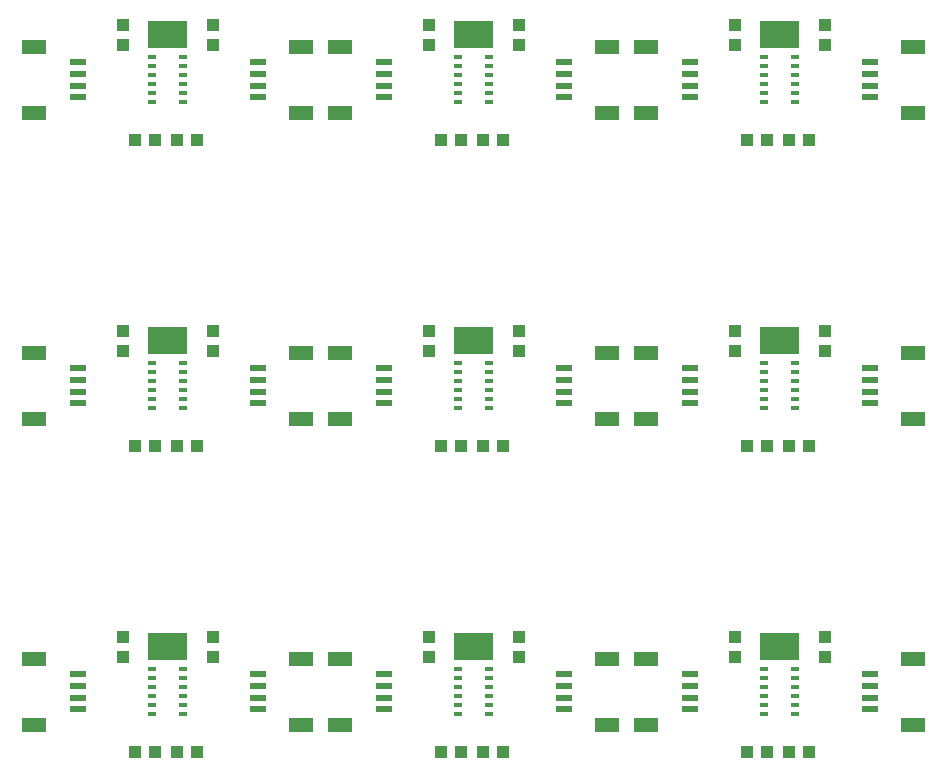
<source format=gtp>
G04 #@! TF.FileFunction,Paste,Top*
%FSLAX46Y46*%
G04 Gerber Fmt 4.6, Leading zero omitted, Abs format (unit mm)*
G04 Created by KiCad (PCBNEW 4.0.6) date 12/12/17 15:17:50*
%MOMM*%
%LPD*%
G01*
G04 APERTURE LIST*
%ADD10C,0.100000*%
%ADD11R,2.000000X1.200000*%
%ADD12R,1.350000X0.600000*%
%ADD13R,1.100000X1.000000*%
%ADD14R,0.700000X0.385000*%
%ADD15R,1.000000X1.100000*%
%ADD16R,0.635000X1.270000*%
G04 APERTURE END LIST*
D10*
G36*
X200025000Y-153263600D02*
X203327000Y-153263600D01*
X203327000Y-151028400D01*
X200025000Y-151028400D01*
X200025000Y-153263600D01*
G37*
G36*
X174117000Y-153263600D02*
X177419000Y-153263600D01*
X177419000Y-151028400D01*
X174117000Y-151028400D01*
X174117000Y-153263600D01*
G37*
G36*
X148209000Y-153263600D02*
X151511000Y-153263600D01*
X151511000Y-151028400D01*
X148209000Y-151028400D01*
X148209000Y-153263600D01*
G37*
G36*
X200025000Y-127355600D02*
X203327000Y-127355600D01*
X203327000Y-125120400D01*
X200025000Y-125120400D01*
X200025000Y-127355600D01*
G37*
G36*
X174117000Y-127355600D02*
X177419000Y-127355600D01*
X177419000Y-125120400D01*
X174117000Y-125120400D01*
X174117000Y-127355600D01*
G37*
G36*
X148209000Y-127355600D02*
X151511000Y-127355600D01*
X151511000Y-125120400D01*
X148209000Y-125120400D01*
X148209000Y-127355600D01*
G37*
G36*
X200025000Y-101447600D02*
X203327000Y-101447600D01*
X203327000Y-99212400D01*
X200025000Y-99212400D01*
X200025000Y-101447600D01*
G37*
G36*
X174117000Y-101447600D02*
X177419000Y-101447600D01*
X177419000Y-99212400D01*
X174117000Y-99212400D01*
X174117000Y-101447600D01*
G37*
G36*
X148209000Y-101447600D02*
X151511000Y-101447600D01*
X151511000Y-99212400D01*
X148209000Y-99212400D01*
X148209000Y-101447600D01*
G37*
D11*
X190381000Y-153156000D03*
X190381000Y-158756000D03*
D12*
X194056000Y-154456000D03*
X194056000Y-155456000D03*
X194056000Y-156456000D03*
X194056000Y-157456000D03*
D11*
X164473000Y-153156000D03*
X164473000Y-158756000D03*
D12*
X168148000Y-154456000D03*
X168148000Y-155456000D03*
X168148000Y-156456000D03*
X168148000Y-157456000D03*
D11*
X138565000Y-153156000D03*
X138565000Y-158756000D03*
D12*
X142240000Y-154456000D03*
X142240000Y-155456000D03*
X142240000Y-156456000D03*
X142240000Y-157456000D03*
D11*
X190381000Y-127248000D03*
X190381000Y-132848000D03*
D12*
X194056000Y-128548000D03*
X194056000Y-129548000D03*
X194056000Y-130548000D03*
X194056000Y-131548000D03*
D11*
X164473000Y-127248000D03*
X164473000Y-132848000D03*
D12*
X168148000Y-128548000D03*
X168148000Y-129548000D03*
X168148000Y-130548000D03*
X168148000Y-131548000D03*
D11*
X138565000Y-127248000D03*
X138565000Y-132848000D03*
D12*
X142240000Y-128548000D03*
X142240000Y-129548000D03*
X142240000Y-130548000D03*
X142240000Y-131548000D03*
D11*
X190381000Y-101340000D03*
X190381000Y-106940000D03*
D12*
X194056000Y-102640000D03*
X194056000Y-103640000D03*
X194056000Y-104640000D03*
X194056000Y-105640000D03*
D11*
X164473000Y-101340000D03*
X164473000Y-106940000D03*
D12*
X168148000Y-102640000D03*
X168148000Y-103640000D03*
X168148000Y-104640000D03*
X168148000Y-105640000D03*
D13*
X200621000Y-161036000D03*
X198921000Y-161036000D03*
X174713000Y-161036000D03*
X173013000Y-161036000D03*
X148805000Y-161036000D03*
X147105000Y-161036000D03*
X200621000Y-135128000D03*
X198921000Y-135128000D03*
X174713000Y-135128000D03*
X173013000Y-135128000D03*
X148805000Y-135128000D03*
X147105000Y-135128000D03*
X200621000Y-109220000D03*
X198921000Y-109220000D03*
X174713000Y-109220000D03*
X173013000Y-109220000D03*
D14*
X200376000Y-154081000D03*
X200376000Y-154831000D03*
X200376000Y-155581000D03*
X200376000Y-156331000D03*
X200376000Y-157081000D03*
X200376000Y-157831000D03*
X202976000Y-157831000D03*
X202976000Y-157081000D03*
X202976000Y-156331000D03*
X202976000Y-155581000D03*
X202976000Y-154831000D03*
X202976000Y-154081000D03*
X174468000Y-154081000D03*
X174468000Y-154831000D03*
X174468000Y-155581000D03*
X174468000Y-156331000D03*
X174468000Y-157081000D03*
X174468000Y-157831000D03*
X177068000Y-157831000D03*
X177068000Y-157081000D03*
X177068000Y-156331000D03*
X177068000Y-155581000D03*
X177068000Y-154831000D03*
X177068000Y-154081000D03*
X148560000Y-154081000D03*
X148560000Y-154831000D03*
X148560000Y-155581000D03*
X148560000Y-156331000D03*
X148560000Y-157081000D03*
X148560000Y-157831000D03*
X151160000Y-157831000D03*
X151160000Y-157081000D03*
X151160000Y-156331000D03*
X151160000Y-155581000D03*
X151160000Y-154831000D03*
X151160000Y-154081000D03*
X200376000Y-128173000D03*
X200376000Y-128923000D03*
X200376000Y-129673000D03*
X200376000Y-130423000D03*
X200376000Y-131173000D03*
X200376000Y-131923000D03*
X202976000Y-131923000D03*
X202976000Y-131173000D03*
X202976000Y-130423000D03*
X202976000Y-129673000D03*
X202976000Y-128923000D03*
X202976000Y-128173000D03*
X174468000Y-128173000D03*
X174468000Y-128923000D03*
X174468000Y-129673000D03*
X174468000Y-130423000D03*
X174468000Y-131173000D03*
X174468000Y-131923000D03*
X177068000Y-131923000D03*
X177068000Y-131173000D03*
X177068000Y-130423000D03*
X177068000Y-129673000D03*
X177068000Y-128923000D03*
X177068000Y-128173000D03*
X148560000Y-128173000D03*
X148560000Y-128923000D03*
X148560000Y-129673000D03*
X148560000Y-130423000D03*
X148560000Y-131173000D03*
X148560000Y-131923000D03*
X151160000Y-131923000D03*
X151160000Y-131173000D03*
X151160000Y-130423000D03*
X151160000Y-129673000D03*
X151160000Y-128923000D03*
X151160000Y-128173000D03*
X200376000Y-102265000D03*
X200376000Y-103015000D03*
X200376000Y-103765000D03*
X200376000Y-104515000D03*
X200376000Y-105265000D03*
X200376000Y-106015000D03*
X202976000Y-106015000D03*
X202976000Y-105265000D03*
X202976000Y-104515000D03*
X202976000Y-103765000D03*
X202976000Y-103015000D03*
X202976000Y-102265000D03*
X174468000Y-102265000D03*
X174468000Y-103015000D03*
X174468000Y-103765000D03*
X174468000Y-104515000D03*
X174468000Y-105265000D03*
X174468000Y-106015000D03*
X177068000Y-106015000D03*
X177068000Y-105265000D03*
X177068000Y-104515000D03*
X177068000Y-103765000D03*
X177068000Y-103015000D03*
X177068000Y-102265000D03*
D13*
X202476000Y-161036000D03*
X204176000Y-161036000D03*
X176568000Y-161036000D03*
X178268000Y-161036000D03*
X150660000Y-161036000D03*
X152360000Y-161036000D03*
X202476000Y-135128000D03*
X204176000Y-135128000D03*
X176568000Y-135128000D03*
X178268000Y-135128000D03*
X150660000Y-135128000D03*
X152360000Y-135128000D03*
X202476000Y-109220000D03*
X204176000Y-109220000D03*
X176568000Y-109220000D03*
X178268000Y-109220000D03*
D11*
X212971000Y-158756000D03*
X212971000Y-153156000D03*
D12*
X209296000Y-157456000D03*
X209296000Y-156456000D03*
X209296000Y-155456000D03*
X209296000Y-154456000D03*
D11*
X187063000Y-158756000D03*
X187063000Y-153156000D03*
D12*
X183388000Y-157456000D03*
X183388000Y-156456000D03*
X183388000Y-155456000D03*
X183388000Y-154456000D03*
D11*
X161155000Y-158756000D03*
X161155000Y-153156000D03*
D12*
X157480000Y-157456000D03*
X157480000Y-156456000D03*
X157480000Y-155456000D03*
X157480000Y-154456000D03*
D11*
X212971000Y-132848000D03*
X212971000Y-127248000D03*
D12*
X209296000Y-131548000D03*
X209296000Y-130548000D03*
X209296000Y-129548000D03*
X209296000Y-128548000D03*
D11*
X187063000Y-132848000D03*
X187063000Y-127248000D03*
D12*
X183388000Y-131548000D03*
X183388000Y-130548000D03*
X183388000Y-129548000D03*
X183388000Y-128548000D03*
D11*
X161155000Y-132848000D03*
X161155000Y-127248000D03*
D12*
X157480000Y-131548000D03*
X157480000Y-130548000D03*
X157480000Y-129548000D03*
X157480000Y-128548000D03*
D11*
X212971000Y-106940000D03*
X212971000Y-101340000D03*
D12*
X209296000Y-105640000D03*
X209296000Y-104640000D03*
X209296000Y-103640000D03*
X209296000Y-102640000D03*
D11*
X187063000Y-106940000D03*
X187063000Y-101340000D03*
D12*
X183388000Y-105640000D03*
X183388000Y-104640000D03*
X183388000Y-103640000D03*
X183388000Y-102640000D03*
D15*
X197866000Y-151296000D03*
X197866000Y-152996000D03*
X171958000Y-151296000D03*
X171958000Y-152996000D03*
X146050000Y-151296000D03*
X146050000Y-152996000D03*
X197866000Y-125388000D03*
X197866000Y-127088000D03*
X171958000Y-125388000D03*
X171958000Y-127088000D03*
X146050000Y-125388000D03*
X146050000Y-127088000D03*
X197866000Y-99480000D03*
X197866000Y-101180000D03*
X171958000Y-99480000D03*
X171958000Y-101180000D03*
X205486000Y-151296000D03*
X205486000Y-152996000D03*
X179578000Y-151296000D03*
X179578000Y-152996000D03*
X153670000Y-151296000D03*
X153670000Y-152996000D03*
X205486000Y-125388000D03*
X205486000Y-127088000D03*
X179578000Y-125388000D03*
X179578000Y-127088000D03*
X153670000Y-125388000D03*
X153670000Y-127088000D03*
X205486000Y-99480000D03*
X205486000Y-101180000D03*
X179578000Y-99480000D03*
X179578000Y-101180000D03*
D16*
X200863200Y-152146000D03*
X201676000Y-152146000D03*
X202488800Y-152146000D03*
X174955200Y-152146000D03*
X175768000Y-152146000D03*
X176580800Y-152146000D03*
X149047200Y-152146000D03*
X149860000Y-152146000D03*
X150672800Y-152146000D03*
X200863200Y-126238000D03*
X201676000Y-126238000D03*
X202488800Y-126238000D03*
X174955200Y-126238000D03*
X175768000Y-126238000D03*
X176580800Y-126238000D03*
X149047200Y-126238000D03*
X149860000Y-126238000D03*
X150672800Y-126238000D03*
X200863200Y-100330000D03*
X201676000Y-100330000D03*
X202488800Y-100330000D03*
X174955200Y-100330000D03*
X175768000Y-100330000D03*
X176580800Y-100330000D03*
X149047200Y-100330000D03*
X149860000Y-100330000D03*
X150672800Y-100330000D03*
D11*
X138565000Y-101340000D03*
X138565000Y-106940000D03*
D12*
X142240000Y-102640000D03*
X142240000Y-103640000D03*
X142240000Y-104640000D03*
X142240000Y-105640000D03*
D11*
X161155000Y-106940000D03*
X161155000Y-101340000D03*
D12*
X157480000Y-105640000D03*
X157480000Y-104640000D03*
X157480000Y-103640000D03*
X157480000Y-102640000D03*
D13*
X148805000Y-109220000D03*
X147105000Y-109220000D03*
D15*
X153670000Y-99480000D03*
X153670000Y-101180000D03*
X146050000Y-99480000D03*
X146050000Y-101180000D03*
D14*
X148560000Y-102265000D03*
X148560000Y-103015000D03*
X148560000Y-103765000D03*
X148560000Y-104515000D03*
X148560000Y-105265000D03*
X148560000Y-106015000D03*
X151160000Y-106015000D03*
X151160000Y-105265000D03*
X151160000Y-104515000D03*
X151160000Y-103765000D03*
X151160000Y-103015000D03*
X151160000Y-102265000D03*
D13*
X150660000Y-109220000D03*
X152360000Y-109220000D03*
M02*

</source>
